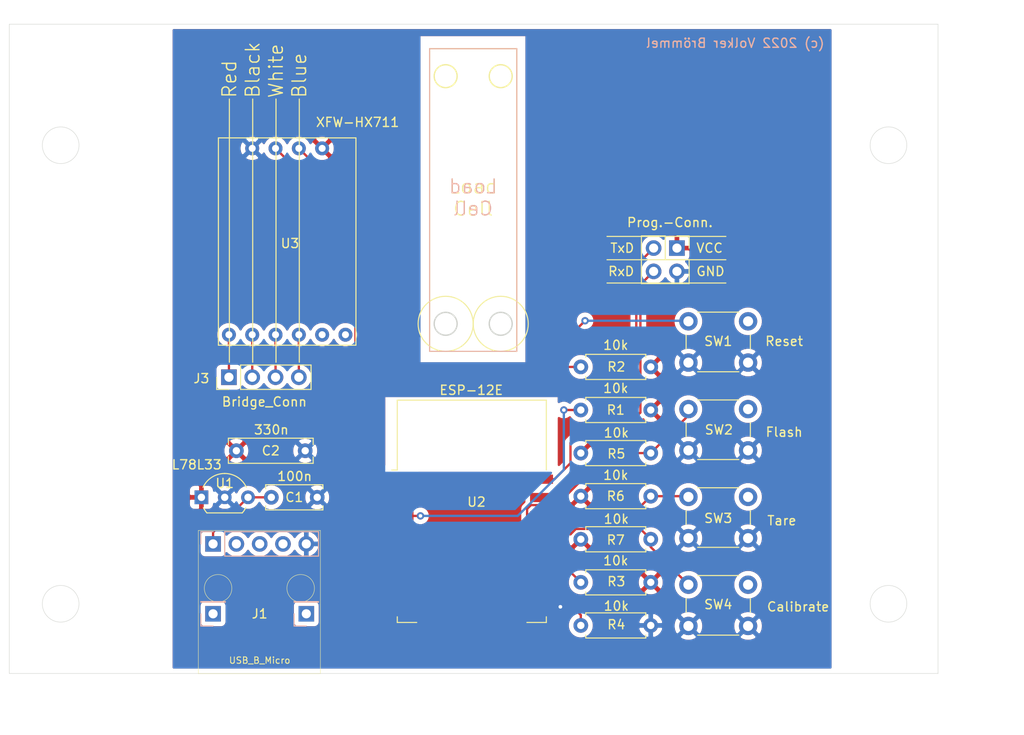
<source format=kicad_pcb>
(kicad_pcb (version 20241229) (generator "pcbnew") (generator_version "9.0")
  (title_block (date "2025-05-31"))
  (layers (0 "F.Cu" signal) (2 "B.Cu" signal) (13 "F.Paste" user) (15 "B.Paste" user) (5 "F.SilkS" user "F.Silkscreen") (7 "B.SilkS" user "B.Silkscreen") (1 "F.Mask" user) (3 "B.Mask" user) (25 "Edge.Cuts" user))
  (net 0 "")
  (net 1 "/5V_USB")
  (net 2 "GND")
  (net 3 "VCC")
  (net 4 "Net-(J1-Pad2)")
  (net 5 "Net-(J1-Pad3)")
  (net 6 "Net-(J1-Pad4)")
  (net 7 "Net-(J1-Pad6)")
  (net 8 "TxD")
  (net 9 "RxD")
  (net 10 "/Red")
  (net 11 "/Black")
  (net 12 "/White")
  (net 13 "/Blue")
  (net 14 "/EN")
  (net 15 "/RST")
  (net 16 "/GPIO2")
  (net 17 "/GPIO15")
  (net 18 "/GPIO0")
  (net 19 "/ADC")
  (net 20 "/GPIO16")
  (net 21 "GPIO14_SCK")
  (net 22 "GPIO12_DT")
  (net 23 "Net-(U2-Pad7)")
  (net 24 "/CS0")
  (net 25 "/MISO")
  (net 26 "/GPIO9")
  (net 27 "/GPIO1ß")
  (net 28 "/MOSI")
  (net 29 "/SCLK")
  (net 30 "Net-(U3-Pad5)")
  (net 31 "Net-(U3-Pad6)")
  (net 32 "GPIO5_Tare")
  (net 33 "GPIO4_Calibrate")
  (footprint "Connector_PinHeader_2.54mm:PinHeader_2x02_P2.54mm_Vertical" (layer "F.Cu") (at 165.354 80.772 -90)
    (property "Reference" "J2")
    (property "Value" "Prog.-Conn." (at -2.794 0.762 180) (layer "F.SilkS"))
    (fp_line (start -1.33 3.87) (end 3.87 3.87) (stroke (width 0.12)) (layer "F.SilkS"))
    (fp_line (start -1.33 1.27) (end -1.33 3.87) (stroke (width 0.12)) (layer "F.SilkS"))
    (fp_line (start -1.33 1.27) (end 1.27 1.27) (stroke (width 0.12)) (layer "F.SilkS"))
    (fp_line (start 1.27 1.27) (end 1.27 -1.33) (stroke (width 0.12)) (layer "F.SilkS"))
    (fp_line (start -1.33 0) (end -1.33 -1.33) (stroke (width 0.12)) (layer "F.SilkS"))
    (fp_line (start -1.33 -1.33) (end 0 -1.33) (stroke (width 0.12)) (layer "F.SilkS"))
    (fp_line (start 1.27 -1.33) (end 3.87 -1.33) (stroke (width 0.12)) (layer "F.SilkS"))
    (fp_line (start 3.87 -1.33) (end 3.87 3.87) (stroke (width 0.12)) (layer "F.SilkS"))
    (pad "1" thru_hole rect (at 0 0 270) (size 1.7 1.7) (drill 1) (layers "*.Cu" "*.Mask") (net 3 "VCC"))
    (pad "2" thru_hole oval (at 2.54 0 270) (size 1.7 1.7) (drill 1) (layers "*.Cu" "*.Mask") (net 2 "GND"))
    (pad "3" thru_hole oval (at 0 2.54 270) (size 1.7 1.7) (drill 1) (layers "*.Cu" "*.Mask") (net 8 "TxD"))
    (pad "4" thru_hole oval (at 2.54 2.54 270) (size 1.7 1.7) (drill 1) (layers "*.Cu" "*.Mask") (net 9 "RxD"))
  )
  (footprint "Connector_PinHeader_2.54mm:PinHeader_1x04_P2.54mm_Vertical" (layer "F.Cu") (at 116.536195 94.854345 90)
    (property "Reference" "J3" (at -0.141655 -2.998195 180) (layer "F.SilkS"))
    (property "Value" "Bridge_Conn" (at -2.681655 3.859805 180) (layer "F.SilkS"))
    (fp_line (start -1.33 -1.33) (end 0 -1.33) (stroke (width 0.12)) (layer "F.SilkS"))
    (fp_line (start -1.33 0) (end -1.33 -1.33) (stroke (width 0.12)) (layer "F.SilkS"))
    (fp_line (start 1.33 1.27) (end 1.33 8.95) (stroke (width 0.12)) (layer "F.SilkS"))
    (fp_line (start -1.33 1.27) (end 1.33 1.27) (stroke (width 0.12)) (layer "F.SilkS"))
    (fp_line (start -1.33 1.27) (end -1.33 8.95) (stroke (width 0.12)) (layer "F.SilkS"))
    (fp_line (start -1.33 8.95) (end 1.33 8.95) (stroke (width 0.12)) (layer "F.SilkS"))
    (pad "1" thru_hole rect (at 0 0 90) (size 1.7 1.7) (drill 1) (layers "*.Cu" "*.Mask") (net 10 "/Red"))
    (pad "2" thru_hole oval (at 0 2.54 90) (size 1.7 1.7) (drill 1) (layers "*.Cu" "*.Mask") (net 11 "/Black"))
    (pad "3" thru_hole oval (at 0 5.08 90) (size 1.7 1.7) (drill 1) (layers "*.Cu" "*.Mask") (net 12 "/White"))
    (pad "4" thru_hole oval (at 0 7.62 90) (size 1.7 1.7) (drill 1) (layers "*.Cu" "*.Mask") (net 13 "/Blue"))
  )
  (footprint "Resistor_THT:R_Axial_DIN0207_L6.3mm_D2.5mm_P7.62mm_Horizontal" (layer "F.Cu") (at 162.5 98.428333 180)
    (property "Reference" "R1" (at 3.81 0 0) (layer "F.SilkS"))
    (property "Value" "10k" (at 3.81 2.37 0) (layer "F.SilkS"))
    (fp_line (start 7.08 1.37) (end 7.08 1.04) (stroke (width 0.12)) (layer "F.SilkS"))
    (fp_line (start 7.08 -1.37) (end 7.08 -1.04) (stroke (width 0.12)) (layer "F.SilkS"))
    (fp_line (start 0.54 1.37) (end 7.08 1.37) (stroke (width 0.12)) (layer "F.SilkS"))
    (fp_line (start 0.54 1.04) (end 0.54 1.37) (stroke (width 0.12)) (layer "F.SilkS"))
    (fp_line (start 0.54 -1.04) (end 0.54 -1.37) (stroke (width 0.12)) (layer "F.SilkS"))
    (fp_line (start 0.54 -1.37) (end 7.08 -1.37) (stroke (width 0.12)) (layer "F.SilkS"))
    (pad "1" thru_hole circle (at 0 0 180) (size 1.6 1.6) (drill 0.8) (layers "*.Cu" "*.Mask") (net 3 "VCC"))
    (pad "2" thru_hole oval (at 7.62 0 180) (size 1.6 1.6) (drill 0.8) (layers "*.Cu" "*.Mask") (net 14 "/EN"))
  )
  (footprint "Resistor_THT:R_Axial_DIN0207_L6.3mm_D2.5mm_P7.62mm_Horizontal" (layer "F.Cu") (at 162.5 93.73 180)
    (property "Reference" "R2" (at 3.75 0.004 0) (layer "F.SilkS"))
    (property "Value" "10k" (at 3.81 2.37 0) (layer "F.SilkS"))
    (fp_line (start 7.08 1.37) (end 7.08 1.04) (stroke (width 0.12)) (layer "F.SilkS"))
    (fp_line (start 7.08 -1.37) (end 7.08 -1.04) (stroke (width 0.12)) (layer "F.SilkS"))
    (fp_line (start 0.54 1.37) (end 7.08 1.37) (stroke (width 0.12)) (layer "F.SilkS"))
    (fp_line (start 0.54 1.04) (end 0.54 1.37) (stroke (width 0.12)) (layer "F.SilkS"))
    (fp_line (start 0.54 -1.04) (end 0.54 -1.37) (stroke (width 0.12)) (layer "F.SilkS"))
    (fp_line (start 0.54 -1.37) (end 7.08 -1.37) (stroke (width 0.12)) (layer "F.SilkS"))
    (pad "1" thru_hole circle (at 0 0 180) (size 1.6 1.6) (drill 0.8) (layers "*.Cu" "*.Mask") (net 3 "VCC"))
    (pad "2" thru_hole oval (at 7.62 0 180) (size 1.6 1.6) (drill 0.8) (layers "*.Cu" "*.Mask") (net 15 "/RST"))
  )
  (footprint "Resistor_THT:R_Axial_DIN0207_L6.3mm_D2.5mm_P7.62mm_Horizontal" (layer "F.Cu") (at 162.5 117.221665 180)
    (property "Reference" "R3" (at 3.75 0.08533 0) (layer "F.SilkS"))
    (property "Value" "10k" (at 3.81 2.37 0) (layer "F.SilkS"))
    (fp_line (start 7.08 1.37) (end 7.08 1.04) (stroke (width 0.12)) (layer "F.SilkS"))
    (fp_line (start 7.08 -1.37) (end 7.08 -1.04) (stroke (width 0.12)) (layer "F.SilkS"))
    (fp_line (start 0.54 1.37) (end 7.08 1.37) (stroke (width 0.12)) (layer "F.SilkS"))
    (fp_line (start 0.54 1.04) (end 0.54 1.37) (stroke (width 0.12)) (layer "F.SilkS"))
    (fp_line (start 0.54 -1.04) (end 0.54 -1.37) (stroke (width 0.12)) (layer "F.SilkS"))
    (fp_line (start 0.54 -1.37) (end 7.08 -1.37) (stroke (width 0.12)) (layer "F.SilkS"))
    (pad "1" thru_hole circle (at 0 0 180) (size 1.6 1.6) (drill 0.8) (layers "*.Cu" "*.Mask") (net 3 "VCC"))
    (pad "2" thru_hole oval (at 7.62 0 180) (size 1.6 1.6) (drill 0.8) (layers "*.Cu" "*.Mask") (net 16 "/GPIO2"))
  )
  (footprint "Resistor_THT:R_Axial_DIN0207_L6.3mm_D2.5mm_P7.62mm_Horizontal" (layer "F.Cu") (at 154.88 121.92)
    (property "Reference" "R4" (at 3.87 -0.087332 0) (layer "F.SilkS"))
    (property "Value" "10k" (at 3.87 -2.119332 0) (layer "F.SilkS"))
    (fp_line (start 0.54 -1.37) (end 7.08 -1.37) (stroke (width 0.12)) (layer "F.SilkS"))
    (fp_line (start 0.54 -1.04) (end 0.54 -1.37) (stroke (width 0.12)) (layer "F.SilkS"))
    (fp_line (start 0.54 1.04) (end 0.54 1.37) (stroke (width 0.12)) (layer "F.SilkS"))
    (fp_line (start 0.54 1.37) (end 7.08 1.37) (stroke (width 0.12)) (layer "F.SilkS"))
    (fp_line (start 7.08 -1.37) (end 7.08 -1.04) (stroke (width 0.12)) (layer "F.SilkS"))
    (fp_line (start 7.08 1.37) (end 7.08 1.04) (stroke (width 0.12)) (layer "F.SilkS"))
    (pad "1" thru_hole circle (at 0 0) (size 1.6 1.6) (drill 0.8) (layers "*.Cu" "*.Mask") (net 17 "/GPIO15"))
    (pad "2" thru_hole oval (at 7.62 0) (size 1.6 1.6) (drill 0.8) (layers "*.Cu" "*.Mask") (net 2 "GND"))
  )
  (footprint "Resistor_THT:R_Axial_DIN0207_L6.3mm_D2.5mm_P7.62mm_Horizontal" (layer "F.Cu") (at 154.88 107.824999)
    (property "Reference" "R6" (at 3.81 -0.001998 0) (layer "F.SilkS"))
    (property "Value" "10k" (at 3.81 -2.287998 0) (layer "F.SilkS"))
    (fp_line (start 0.54 -1.37) (end 7.08 -1.37) (stroke (width 0.12)) (layer "F.SilkS"))
    (fp_line (start 0.54 -1.04) (end 0.54 -1.37) (stroke (width 0.12)) (layer "F.SilkS"))
    (fp_line (start 0.54 1.04) (end 0.54 1.37) (stroke (width 0.12)) (layer "F.SilkS"))
    (fp_line (start 0.54 1.37) (end 7.08 1.37) (stroke (width 0.12)) (layer "F.SilkS"))
    (fp_line (start 7.08 -1.37) (end 7.08 -1.04) (stroke (width 0.12)) (layer "F.SilkS"))
    (fp_line (start 7.08 1.37) (end 7.08 1.04) (stroke (width 0.12)) (layer "F.SilkS"))
    (pad "1" thru_hole circle (at 0 0) (size 1.6 1.6) (drill 0.8) (layers "*.Cu" "*.Mask") (net 3 "VCC"))
    (pad "2" thru_hole oval (at 7.62 0) (size 1.6 1.6) (drill 0.8) (layers "*.Cu" "*.Mask") (net 32 "GPIO5_Tare"))
  )
  (footprint "Resistor_THT:R_Axial_DIN0207_L6.3mm_D2.5mm_P7.62mm_Horizontal" (layer "F.Cu") (at 154.88 112.523332)
    (property "Reference" "R7" (at 3.81 0.083336 0) (layer "F.SilkS"))
    (property "Value" "10k" (at 3.87 -2.202664 0) (layer "F.SilkS"))
    (fp_line (start 0.54 -1.37) (end 7.08 -1.37) (stroke (width 0.12)) (layer "F.SilkS"))
    (fp_line (start 0.54 -1.04) (end 0.54 -1.37) (stroke (width 0.12)) (layer "F.SilkS"))
    (fp_line (start 0.54 1.04) (end 0.54 1.37) (stroke (width 0.12)) (layer "F.SilkS"))
    (fp_line (start 0.54 1.37) (end 7.08 1.37) (stroke (width 0.12)) (layer "F.SilkS"))
    (fp_line (start 7.08 -1.37) (end 7.08 -1.04) (stroke (width 0.12)) (layer "F.SilkS"))
    (fp_line (start 7.08 1.37) (end 7.08 1.04) (stroke (width 0.12)) (layer "F.SilkS"))
    (pad "1" thru_hole circle (at 0 0) (size 1.6 1.6) (drill 0.8) (layers "*.Cu" "*.Mask") (net 3 "VCC"))
    (pad "2" thru_hole oval (at 7.62 0) (size 1.6 1.6) (drill 0.8) (layers "*.Cu" "*.Mask") (net 33 "GPIO4_Calibrate"))
  )
  (footprint "Button_Switch_THT:SW_PUSH_6mm" (layer "F.Cu") (at 166.606 88.758)
    (property "Reference" "SW1" (at 3.25 2.174 0) (layer "F.SilkS"))
    (property "Value" "Reset" (at 10.432 2.174 0) (layer "F.SilkS"))
    (fp_line (start -0.25 1.5) (end -0.25 3) (stroke (width 0.12)) (layer "F.SilkS"))
    (fp_line (start 1 5.5) (end 5.5 5.5) (stroke (width 0.12)) (layer "F.SilkS"))
    (fp_line (start 5.5 -1) (end 1 -1) (stroke (width 0.12)) (layer "F.SilkS"))
    (fp_line (start 6.75 3) (end 6.75 1.5) (stroke (width 0.12)) (layer "F.SilkS"))
    (pad "1" thru_hole circle (at 0 0 90) (size 2 2) (drill 1.1) (layers "*.Cu" "*.Mask") (net 15 "/RST"))
    (pad "1" thru_hole circle (at 6.5 0 90) (size 2 2) (drill 1.1) (layers "*.Cu" "*.Mask") (net 15 "/RST"))
    (pad "2" thru_hole circle (at 0 4.5 90) (size 2 2) (drill 1.1) (layers "*.Cu" "*.Mask") (net 2 "GND"))
    (pad "2" thru_hole circle (at 6.5 4.5 90) (size 2 2) (drill 1.1) (layers "*.Cu" "*.Mask") (net 2 "GND"))
  )
  (footprint "Button_Switch_THT:SW_PUSH_6mm" (layer "F.Cu") (at 166.606 98.331333)
    (property "Reference" "SW2" (at 3.32 2.252667 0) (layer "F.SilkS"))
    (property "Value" "Flash" (at 10.432 2.506667 0) (layer "F.SilkS"))
    (fp_line (start -0.25 1.5) (end -0.25 3) (stroke (width 0.12)) (layer "F.SilkS"))
    (fp_line (start 1 5.5) (end 5.5 5.5) (stroke (width 0.12)) (layer "F.SilkS"))
    (fp_line (start 5.5 -1) (end 1 -1) (stroke (width 0.12)) (layer "F.SilkS"))
    (fp_line (start 6.75 3) (end 6.75 1.5) (stroke (width 0.12)) (layer "F.SilkS"))
    (pad "1" thru_hole circle (at 0 0 90) (size 2 2) (drill 1.1) (layers "*.Cu" "*.Mask") (net 18 "/GPIO0"))
    (pad "1" thru_hole circle (at 6.5 0 90) (size 2 2) (drill 1.1) (layers "*.Cu" "*.Mask") (net 18 "/GPIO0"))
    (pad "2" thru_hole circle (at 0 4.5 90) (size 2 2) (drill 1.1) (layers "*.Cu" "*.Mask") (net 2 "GND"))
    (pad "2" thru_hole circle (at 6.5 4.5 90) (size 2 2) (drill 1.1) (layers "*.Cu" "*.Mask") (net 2 "GND"))
  )
  (footprint "Button_Switch_THT:SW_PUSH_6mm" (layer "F.Cu") (at 166.606 107.904666)
    (property "Reference" "SW3" (at 3.25 2.331334 0) (layer "F.SilkS"))
    (property "Value" "Tare" (at 10.178 2.585334 0) (layer "F.SilkS"))
    (fp_line (start -0.25 1.5) (end -0.25 3) (stroke (width 0.12)) (layer "F.SilkS"))
    (fp_line (start 1 5.5) (end 5.5 5.5) (stroke (width 0.12)) (layer "F.SilkS"))
    (fp_line (start 5.5 -1) (end 1 -1) (stroke (width 0.12)) (layer "F.SilkS"))
    (fp_line (start 6.75 3) (end 6.75 1.5) (stroke (width 0.12)) (layer "F.SilkS"))
    (pad "1" thru_hole circle (at 0 0 90) (size 2 2) (drill 1.1) (layers "*.Cu" "*.Mask") (net 32 "GPIO5_Tare"))
    (pad "1" thru_hole circle (at 6.5 0 90) (size 2 2) (drill 1.1) (layers "*.Cu" "*.Mask") (net 32 "GPIO5_Tare"))
    (pad "2" thru_hole circle (at 0 4.5 90) (size 2 2) (drill 1.1) (layers "*.Cu" "*.Mask") (net 2 "GND"))
    (pad "2" thru_hole circle (at 6.5 4.5 90) (size 2 2) (drill 1.1) (layers "*.Cu" "*.Mask") (net 2 "GND"))
  )
  (footprint "Button_Switch_THT:SW_PUSH_6mm" (layer "F.Cu") (at 166.606 117.478)
    (property "Reference" "SW4" (at 3.25 2.156 0) (layer "F.SilkS"))
    (property "Value" "Calibrate" (at 11.956 2.41 0) (layer "F.SilkS"))
    (fp_line (start -0.25 1.5) (end -0.25 3) (stroke (width 0.12)) (layer "F.SilkS"))
    (fp_line (start 1 5.5) (end 5.5 5.5) (stroke (width 0.12)) (layer "F.SilkS"))
    (fp_line (start 5.5 -1) (end 1 -1) (stroke (width 0.12)) (layer "F.SilkS"))
    (fp_line (start 6.75 3) (end 6.75 1.5) (stroke (width 0.12)) (layer "F.SilkS"))
    (pad "1" thru_hole circle (at 0 0 90) (size 2 2) (drill 1.1) (layers "*.Cu" "*.Mask") (net 33 "GPIO4_Calibrate"))
    (pad "1" thru_hole circle (at 6.5 0 90) (size 2 2) (drill 1.1) (layers "*.Cu" "*.Mask") (net 33 "GPIO4_Calibrate"))
    (pad "2" thru_hole circle (at 0 4.5 90) (size 2 2) (drill 1.1) (layers "*.Cu" "*.Mask") (net 2 "GND"))
    (pad "2" thru_hole circle (at 6.5 4.5 90) (size 2 2) (drill 1.1) (layers "*.Cu" "*.Mask") (net 2 "GND"))
  )
  (footprint "RF_Module:ESP-12E" (layer "F.Cu") (at 143.002 109.474)
    (property "Reference" "U2" (at 0.508 -1.016 0) (layer "F.SilkS"))
    (property "Value" "ESP-12E" (at -0.06 -13.208 0) (layer "F.SilkS"))
    (fp_line (start -8.12 -12.12) (end 8.12 -12.12) (stroke (width 0.12)) (layer "F.SilkS"))
    (fp_line (start -8.12 -4.5) (end -8.73 -4.5) (stroke (width 0.12)) (layer "F.SilkS"))
    (fp_line (start -8.12 -4.5) (end -8.12 -12.12) (stroke (width 0.12)) (layer "F.SilkS"))
    (fp_line (start -8.12 12.12) (end -8.12 11.5) (stroke (width 0.12)) (layer "F.SilkS"))
    (fp_line (start -6 12.12) (end -8.12 12.12) (stroke (width 0.12)) (layer "F.SilkS"))
    (fp_line (start 8.12 -12.12) (end 8.12 -4.5) (stroke (width 0.12)) (layer "F.SilkS"))
    (fp_line (start 8.12 11.5) (end 8.12 12.12) (stroke (width 0.12)) (layer "F.SilkS"))
    (fp_line (start 8.12 12.12) (end 6 12.12) (stroke (width 0.12)) (layer "F.SilkS"))
    (pad "1" smd rect (at -7.6 -3.5) (size 2.5 1) (layers "F.Cu" "F.Mask" "F.Paste") (net 15 "/RST"))
    (pad "2" smd rect (at -7.6 -1.5) (size 2.5 1) (layers "F.Cu" "F.Mask" "F.Paste") (net 19 "/ADC"))
    (pad "3" smd rect (at -7.6 0.5) (size 2.5 1) (layers "F.Cu" "F.Mask" "F.Paste") (net 14 "/EN"))
    (pad "4" smd rect (at -7.6 2.5) (size 2.5 1) (layers "F.Cu" "F.Mask" "F.Paste") (net 20 "/GPIO16"))
    (pad "5" smd rect (at -7.6 4.5) (size 2.5 1) (layers "F.Cu" "F.Mask" "F.Paste") (net 21 "GPIO14_SCK"))
    (pad "6" smd rect (at -7.6 6.5) (size 2.5 1) (layers "F.Cu" "F.Mask" "F.Paste") (net 22 "GPIO12_DT"))
    (pad "7" smd rect (at -7.6 8.5) (size 2.5 1) (layers "F.Cu" "F.Mask" "F.Paste") (net 23 "Net-(U2-Pad7)"))
    (pad "8" smd rect (at -7.6 10.5) (size 2.5 1) (layers "F.Cu" "F.Mask" "F.Paste") (net 3 "VCC"))
    (pad "9" smd rect (at -5 12) (size 1 1.8) (layers "F.Cu" "F.Mask" "F.Paste") (net 24 "/CS0"))
    (pad "10" smd rect (at -3 12) (size 1 1.8) (layers "F.Cu" "F.Mask" "F.Paste") (net 25 "/MISO"))
    (pad "11" smd rect (at -1 12) (size 1 1.8) (layers "F.Cu" "F.Mask" "F.Paste") (net 26 "/GPIO9"))
    (pad "12" smd rect (at 1 12) (size 1 1.8) (layers "F.Cu" "F.Mask" "F.Paste") (net 27 "/GPIO1ß"))
    (pad "13" smd rect (at 3 12) (size 1 1.8) (layers "F.Cu" "F.Mask" "F.Paste") (net 28 "/MOSI"))
    (pad "14" smd rect (at 5 12) (size 1 1.8) (layers "F.Cu" "F.Mask" "F.Paste") (net 29 "/SCLK"))
    (pad "15" smd rect (at 7.6 10.5) (size 2.5 1) (layers "F.Cu" "F.Mask" "F.Paste") (net 2 "GND"))
    (pad "16" smd rect (at 7.6 8.5) (size 2.5 1) (layers "F.Cu" "F.Mask" "F.Paste") (net 17 "/GPIO15"))
    (pad "17" smd rect (at 7.6 6.5) (size 2.5 1) (layers "F.Cu" "F.Mask" "F.Paste") (net 16 "/GPIO2"))
    (pad "18" smd rect (at 7.6 4.5) (size 2.5 1) (layers "F.Cu" "F.Mask" "F.Paste") (net 18 "/GPIO0"))
    (pad "19" smd rect (at 7.6 2.5) (size 2.5 1) (layers "F.Cu" "F.Mask" "F.Paste") (net 33 "GPIO4_Calibrate"))
    (pad "20" smd rect (at 7.6 0.5) (size 2.5 1) (layers "F.Cu" "F.Mask" "F.Paste") (net 32 "GPIO5_Tare"))
    (pad "21" smd rect (at 7.6 -1.5) (size 2.5 1) (layers "F.Cu" "F.Mask" "F.Paste") (net 9 "RxD"))
    (pad "22" smd rect (at 7.6 -3.5) (size 2.5 1) (layers "F.Cu" "F.Mask" "F.Paste") (net 8 "TxD"))
  )
  (footprint "VolkersFootprints:XFW-HX711" (layer "F.Cu") (at 124.154 80.058 90)
    (property "Reference" "U3" (at -0.206 -0.964 180) (layer "F.SilkS"))
    (property "Value" "XFW-HX711" (at 13.002 6.402 180) (layer "F.SilkS"))
    (fp_line (start 11.303 -8.763) (end 11.303 6.223) (stroke (width 0.12)) (layer "F.SilkS"))
    (fp_line (start -11.303 -8.763) (end 11.303 -8.763) (stroke (width 0.12)) (layer "F.SilkS"))
    (fp_line (start 11.303 6.223) (end -11.303 6.223) (stroke (width 0.12)) (layer "F.SilkS"))
    (fp_line (start -11.303 6.223) (end -11.303 -8.763) (stroke (width 0.12)) (layer "F.SilkS"))
    (pad "1" thru_hole circle (at -10.16 -7.62 90) (size 1.524 1.524) (drill 0.762) (layers "*.Cu" "*.Mask") (net 10 "/Red"))
    (pad "2" thru_hole circle (at -10.16 -5.08 90) (size 1.524 1.524) (drill 0.762) (layers "*.Cu" "*.Mask") (net 11 "/Black"))
    (pad "3" thru_hole circle (at -10.16 -2.54 90) (size 1.524 1.524) (drill 0.762) (layers "*.Cu" "*.Mask") (net 12 "/White"))
    (pad "4" thru_hole circle (at -10.16 0 90) (size 1.524 1.524) (drill 0.762) (layers "*.Cu" "*.Mask") (net 13 "/Blue"))
    (pad "5" thru_hole circle (at -10.16 2.54 90) (size 1.524 1.524) (drill 0.762) (layers "*.Cu" "*.Mask") (net 30 "Net-(U3-Pad5)"))
    (pad "6" thru_hole circle (at -10.16 5.08 90) (size 1.524 1.524) (drill 0.762) (layers "*.Cu" "*.Mask") (net 31 "Net-(U3-Pad6)"))
    (pad "7" thru_hole circle (at 10.16 -5.08 90) (size 1.524 1.524) (drill 0.762) (layers "*.Cu" "*.Mask") (net 2 "GND"))
    (pad "8" thru_hole circle (at 10.16 -2.54 90) (size 1.524 1.524) (drill 0.762) (layers "*.Cu" "*.Mask") (net 22 "GPIO12_DT"))
    (pad "9" thru_hole circle (at 10.16 0 90) (size 1.524 1.524) (drill 0.762) (layers "*.Cu" "*.Mask") (net 21 "GPIO14_SCK"))
    (pad "10" thru_hole circle (at 10.16 2.54 90) (size 1.524 1.524) (drill 0.762) (layers "*.Cu" "*.Mask") (net 3 "VCC"))
  )
  (footprint "Resistor_THT:R_Axial_DIN0207_L6.3mm_D2.5mm_P7.62mm_Horizontal" (layer "F.Cu") (at 154.88 103.126666)
    (property "Reference" "R5" (at 3.87 0.081334 0) (layer "F.SilkS"))
    (property "Value" "10k" (at 3.87 -2.204666 0) (layer "F.SilkS"))
    (fp_line (start 0.54 -1.37) (end 7.08 -1.37) (stroke (width 0.12)) (layer "F.SilkS"))
    (fp_line (start 0.54 -1.04) (end 0.54 -1.37) (stroke (width 0.12)) (layer "F.SilkS"))
    (fp_line (start 0.54 1.04) (end 0.54 1.37) (stroke (width 0.12)) (layer "F.SilkS"))
    (fp_line (start 0.54 1.37) (end 7.08 1.37) (stroke (width 0.12)) (layer "F.SilkS"))
    (fp_line (start 7.08 -1.37) (end 7.08 -1.04) (stroke (width 0.12)) (layer "F.SilkS"))
    (fp_line (start 7.08 1.37) (end 7.08 1.04) (stroke (width 0.12)) (layer "F.SilkS"))
    (pad "1" thru_hole circle (at 0 0) (size 1.6 1.6) (drill 0.8) (layers "*.Cu" "*.Mask") (net 3 "VCC"))
    (pad "2" thru_hole oval (at 7.62 0) (size 1.6 1.6) (drill 0.8) (layers "*.Cu" "*.Mask") (net 18 "/GPIO0"))
  )
  (footprint "Package_TO_SOT_THT:TO-92L_Inline_Wide" (layer "F.Cu") (at 113.538 107.95)
    (property "Reference" "U1" (at 2.54 -1.524 0) (layer "F.SilkS"))
    (property "Value" "L78L33" (at -0.508 -3.556 0) (layer "F.SilkS"))
    (fp_line (start 0.6 1.7) (end 4.45 1.7) (stroke (width 0.12)) (layer "F.SilkS"))
    (fp_arc (start 0.1836 -1.098807) (mid 1.143021 -2.192817) (end 2.54 -2.6) (stroke (width 0.12)) (layer "F.SilkS"))
    (fp_arc (start 0.6 1.7) (mid 0.389183 1.423933) (end 0.217369 1.122045) (stroke (width 0.12)) (layer "F.SilkS"))
    (fp_arc (start 2.54 -2.6) (mid 3.936979 -2.192818) (end 4.8964 -1.098807) (stroke (width 0.12)) (layer "F.SilkS"))
    (fp_arc (start 4.842383 1.112264) (mid 4.666594 1.419753) (end 4.45 1.7) (stroke (width 0.12)) (layer "F.SilkS"))
    (pad "1" thru_hole rect (at 0 0) (size 1.5 1.5) (drill 0.8) (layers "*.Cu" "*.Mask") (net 3 "VCC"))
    (pad "2" thru_hole circle (at 2.54 0) (size 1.5 1.5) (drill 0.8) (layers "*.Cu" "*.Mask") (net 2 "GND"))
    (pad "3" thru_hole circle (at 5.08 0) (size 1.5 1.5) (drill 0.8) (layers "*.Cu" "*.Mask") (net 1 "/5V_USB"))
  )
  (footprint "VolkersFootprints:USB_B_Micro_Breakout" (layer "F.Cu") (at 119.888 120.65)
    (property "Reference" "J1" (at 0 0 0) (layer "F.SilkS"))
    (property "Value" "USB_B_Micro" (at 0 5.08 0) (layer "F.SilkS") (effects (font (size 0.7 0.7) (thickness 0.1))))
    (fp_line (start -6.682027 -9.082094) (end 6.617973 -9.082094) (stroke (width 0.05)) (layer "F.SilkS"))
    (fp_line (start -6.682027 6.517906) (end -6.682027 -9.082094) (stroke (width 0.05)) (layer "F.SilkS"))
    (fp_line (start 6.617973 -9.082094) (end 6.617973 6.517906) (stroke (width 0.05)) (layer "F.SilkS"))
    (fp_line (start 6.617973 6.517906) (end -6.682027 6.517906) (stroke (width 0.05)) (layer "F.SilkS"))
    (fp_circle (center -4.532027 -2.782094) (end -4.532027 -1.282094) (stroke (width 0.05)) (fill no) (layer "F.SilkS"))
    (fp_circle (center 4.467973 -2.782094) (end 4.467973 -1.282094) (stroke (width 0.05)) (fill no) (layer "F.SilkS"))
    (fp_line (start -6.41 -8.95) (end -6.41 -7.62) (stroke (width 0.12)) (layer "B.SilkS"))
    (fp_line (start -6.41 -1.33) (end -3.75 -1.33) (stroke (width 0.12)) (layer "B.SilkS"))
    (fp_line (start -6.41 -1.27) (end -6.41 -1.33) (stroke (width 0.12)) (layer "B.SilkS"))
    (fp_line (start -6.41 -1.27) (end -3.75 -1.27) (stroke (width 0.12)) (layer "B.SilkS"))
    (fp_line (start -6.41 0) (end -6.41 1.33) (stroke (width 0.12)) (layer "B.SilkS"))
    (fp_line (start -6.41 1.33) (end -5.08 1.33) (stroke (width 0.12)) (layer "B.SilkS"))
    (fp_line (start -5.08 -8.95) (end -6.41 -8.95) (stroke (width 0.12)) (layer "B.SilkS"))
    (fp_line (start -3.81 -8.95) (end -3.81 -6.29) (stroke (width 0.12)) (layer "B.SilkS"))
    (fp_line (start -3.81 -8.95) (end 6.41 -8.95) (stroke (width 0.12)) (layer "B.SilkS"))
    (fp_line (start -3.81 -6.29) (end 6.41 -6.29) (stroke (width 0.12)) (layer "B.SilkS"))
    (fp_line (start -3.75 -1.27) (end -3.75 -1.33) (stroke (width 0.12)) (layer "B.SilkS"))
    (fp_line (start 3.75 -1.33) (end 6.41 -1.33) (stroke (width 0.12)) (layer "B.SilkS"))
    (fp_line (start 3.75 -1.27) (end 3.75 -1.33) (stroke (width 0.12)) (layer "B.SilkS"))
    (fp_line (start 3.75 -1.27) (end 6.41 -1.27) (stroke (width 0.12)) (layer "B.SilkS"))
    (fp_line (start 3.75 0) (end 3.75 1.33) (stroke (width 0.12)) (layer "B.SilkS"))
    (fp_line (start 3.75 1.33) (end 5.08 1.33) (stroke (width 0.12)) (layer "B.SilkS"))
    (fp_line (start 6.41 -8.95) (end 6.41 -6.29) (stroke (width 0.12)) (layer "B.SilkS"))
    (fp_line (start 6.41 -1.27) (end 6.41 -1.33) (stroke (width 0.12)) (layer "B.SilkS"))
    (pad "1" thru_hole rect (at -5.08 -7.62 180) (size 1.7 1.7) (drill 1) (layers "*.Cu" "*.Mask") (net 1 "/5V_USB"))
    (pad "2" thru_hole oval (at -2.54 -7.62 180) (size 1.7 1.7) (drill 1) (layers "*.Cu" "*.Mask") (net 4 "Net-(J1-Pad2)"))
    (pad "3" thru_hole oval (at 0 -7.62 180) (size 1.7 1.7) (drill 1) (layers "*.Cu" "*.Mask") (net 5 "Net-(J1-Pad3)"))
    (pad "4" thru_hole oval (at 2.54 -7.62 180) (size 1.7 1.7) (drill 1) (layers "*.Cu" "*.Mask") (net 6 "Net-(J1-Pad4)"))
    (pad "5" thru_hole oval (at 5.08 -7.62 180) (size 1.7 1.7) (drill 1) (layers "*.Cu" "*.Mask") (net 2 "GND"))
    (pad "6" thru_hole rect (at -5.08 0) (size 1.7 1.7) (drill 1) (layers "*.Cu" "*.Mask") (net 7 "Net-(J1-Pad6)"))
    (pad "7" thru_hole rect (at 5.08 0) (size 1.7 1.7) (drill 1) (layers "*.Cu" "*.Mask"))
  )
  (footprint "Capacitor_THT:C_Rect_L9.0mm_W2.5mm_P7.50mm_MKT" (layer "F.Cu") (at 117.348 102.87)
    (property "Reference" "C2" (at 3.75 0 0) (layer "F.SilkS"))
    (property "Value" "330n" (at 3.81 -2.286 0) (layer "F.SilkS"))
    (fp_line (start -0.87 -1.37) (end -0.87 -0.665) (stroke (width 0.12)) (layer "F.SilkS"))
    (fp_line (start -0.87 -1.37) (end 8.37 -1.37) (stroke (width 0.12)) (layer "F.SilkS"))
    (fp_line (start -0.87 0.665) (end -0.87 1.37) (stroke (width 0.12)) (layer "F.SilkS"))
    (fp_line (start -0.87 1.37) (end 8.37 1.37) (stroke (width 0.12)) (layer "F.SilkS"))
    (fp_line (start 8.37 -1.37) (end 8.37 -0.665) (stroke (width 0.12)) (layer "F.SilkS"))
    (fp_line (start 8.37 0.665) (end 8.37 1.37) (stroke (width 0.12)) (layer "F.SilkS"))
    (pad "1" thru_hole circle (at 0 0) (size 1.6 1.6) (drill 0.8) (layers "*.Cu" "*.Mask") (net 3 "VCC"))
    (pad "2" thru_hole circle (at 7.5 0) (size 1.6 1.6) (drill 0.8) (layers "*.Cu" "*.Mask") (net 2 "GND"))
  )
  (footprint "Capacitor_THT:C_Disc_D6.0mm_W2.5mm_P5.00mm" (layer "F.Cu") (at 121.158 107.95)
    (property "Reference" "C1" (at 2.5 0 0) (layer "F.SilkS"))
    (property "Value" "100n" (at 2.54 -2.286 0) (layer "F.SilkS"))
    (fp_line (start -0.62 -1.37) (end -0.62 -0.925) (stroke (width 0.12)) (layer "F.SilkS"))
    (fp_line (start -0.62 -1.37) (end 5.62 -1.37) (stroke (width 0.12)) (layer "F.SilkS"))
    (fp_line (start -0.62 0.925) (end -0.62 1.37) (stroke (width 0.12)) (layer "F.SilkS"))
    (fp_line (start -0.62 1.37) (end 5.62 1.37) (stroke (width 0.12)) (layer "F.SilkS"))
    (fp_line (start 5.62 -1.37) (end 5.62 -0.925) (stroke (width 0.12)) (layer "F.SilkS"))
    (fp_line (start 5.62 0.925) (end 5.62 1.37) (stroke (width 0.12)) (layer "F.SilkS"))
    (pad "1" thru_hole circle (at 0 0) (size 1.6 1.6) (drill 0.8) (layers "*.Cu" "*.Mask") (net 1 "/5V_USB"))
    (pad "2" thru_hole circle (at 5 0) (size 1.6 1.6) (drill 0.8) (layers "*.Cu" "*.Mask") (net 2 "GND"))
  )
  (gr_circle (center 146.15292 89.02752) (end 143.15292 89.02752) (stroke (width 0.12)) (fill no) (layer "F.SilkS"))
  (gr_line (start 138.40292 59.02752) (end 147.90292 59.02752) (stroke (width 0.12)) (layer "F.SilkS"))
  (gr_circle (center 146.15292 62.02752) (end 147.40292 62.02752) (stroke (width 0.15)) (fill no) (layer "F.SilkS"))
  (gr_circle (center 140.15292 62.02752) (end 141.40292 62.02752) (stroke (width 0.15)) (fill no) (layer "F.SilkS"))
  (gr_line (start 124.206 64.516) (end 124.206 93.218) (stroke (width 0.12)) (layer "F.SilkS"))
  (gr_line (start 170.688 84.582) (end 157.734 84.582) (stroke (width 0.12)) (layer "F.SilkS"))
  (gr_line (start 119.126 64.516) (end 119.126 93.218) (stroke (width 0.12)) (layer "F.SilkS"))
  (gr_line (start 116.586 64.516) (end 116.586 93.218) (stroke (width 0.12)) (layer "F.SilkS"))
  (gr_line (start 157.734 79.502) (end 170.688 79.502) (stroke (width 0.12)) (layer "F.SilkS"))
  (gr_circle (center 140.15292 89.02752) (end 143.15292 89.02752) (stroke (width 0.12)) (fill no) (layer "F.SilkS"))
  (gr_line (start 157.734 82.042) (end 170.688 82.042) (stroke (width 0.12)) (layer "F.SilkS"))
  (gr_line (start 121.666 64.516) (end 121.666 93.218) (stroke (width 0.12)) (layer "F.SilkS"))
  (gr_line (start 138.40292 92.02752) (end 147.90292 92.02752) (stroke (width 0.12)) (layer "F.SilkS"))
  (gr_line (start 138.40292 92.02752) (end 138.40292 59.02752) (stroke (width 0.12)) (layer "F.SilkS"))
  (gr_line (start 147.90292 92.02752) (end 147.90292 59.02752) (stroke (width 0.12)) (layer "F.SilkS"))
  (gr_line (start 147.904 92.028) (end 147.904 59.028) (stroke (width 0.12)) (layer "B.SilkS"))
  (gr_line (start 138.404 59.028) (end 138.404 92.028) (stroke (width 0.12)) (layer "B.SilkS"))
  (gr_line (start 147.904 59.028) (end 138.404 59.028) (stroke (width 0.12)) (layer "B.SilkS"))
  (gr_line (start 138.404 92.028) (end 147.904 92.028) (stroke (width 0.12)) (layer "B.SilkS"))
  (gr_circle (center 146.15292 89.02752) (end 147.40292 89.02752) (stroke (width 0.15)) (fill no) (layer "Edge.Cuts"))
  (gr_line (start 92.604 127.158) (end 92.604 56.358) (stroke (width 0.05)) (layer "Edge.Cuts"))
  (gr_line (start 92.604 56.358) (end 193.804 56.358) (stroke (width 0.05)) (layer "Edge.Cuts"))
  (gr_line (start 193.804 56.358) (end 193.804 127.158) (stroke (width 0.05)) (layer "Edge.Cuts"))
  (gr_circle (center 98.204 119.558) (end 98.204 117.558) (stroke (width 0.05)) (fill no) (layer "Edge.Cuts"))
  (gr_circle (center 188.404 119.558) (end 190.404 119.558) (stroke (width 0.05)) (fill no) (layer "Edge.Cuts"))
  (gr_circle (center 140.15292 89.02752) (end 141.40292 89.02752) (stroke (width 0.15)) (fill no) (layer "Edge.Cuts"))
  (gr_circle (center 98.204 69.558) (end 98.204 67.558) (stroke (width 0.05)) (fill no) (layer "Edge.Cuts"))
  (gr_line (start 193.804 127.158) (end 92.604 127.158) (stroke (width 0.05)) (layer "Edge.Cuts"))
  (gr_circle (center 188.404 69.558) (end 188.404 67.558) (stroke (width 0.05)) (fill no) (layer "Edge.Cuts"))
  (gr_text "White" (at 121.666 64.516 90) (layer "F.SilkS") (effects (font (size 1.5 1.5)) (justify left)))
  (gr_text "Blue" (at 124.206 64.516 90) (layer "F.SilkS") (effects (font (size 1.5 1.5)) (justify left)))
  (gr_text "Red" (at 116.586 64.516 90) (layer "F.SilkS") (effects (font (size 1.5 1.5)) (justify left)))
  (gr_text "Black" (at 119.126 64.516 90) (layer "F.SilkS") (effects (font (size 1.5 1.5)) (justify left)))
  (gr_text "TxD" (at 160.782 80.772 0) (layer "F.SilkS") (effects (font (size 1 1)) (justify right)))
  (gr_text "RxD" (at 160.782 83.312 0) (layer "F.SilkS") (effects (font (size 1 1)) (justify right)))
  (gr_text "Load\nCell" (at 143.15292 75.27752 0) (layer "F.SilkS") (effects (font (size 1.5 1.5))))
  (gr_text "VCC" (at 167.386 80.772 0) (layer "F.SilkS") (effects (font (size 1 1)) (justify left)))
  (gr_text "GND" (at 167.386 83.312 0) (layer "F.SilkS") (effects (font (size 1 1)) (justify left)))
  (gr_text "Load\nCell" (at 143.144 75.258 0) (layer "B.SilkS") (effects (font (size 1.5 1.5)) (justify mirror)))
  (gr_text "(c) 2022 Volker Brömmel" (at 171.704 58.42 0) (layer "B.SilkS") (effects (font (size 1 1)) (justify mirror)))
  (segment (start 114.808 113.03) (end 114.808 111.76) (width 0.25) (layer "F.Cu") (net 1))
  (segment (start 114.808 111.76) (end 118.618 107.95) (width 0.25) (layer "F.Cu") (net 1))
  (segment (start 118.618 107.95) (end 121.158 107.95) (width 0.25) (layer "F.Cu") (net 1))
  (segment (start 152.568 119.974) (end 152.654 119.888) (width 0.25) (layer "F.Cu") (net 2))
  (segment (start 150.602 119.974) (end 152.568 119.974) (width 0.25) (layer "F.Cu") (net 2))
  (via (at 152.654 119.888) (size 0.8) (drill 0.4) (layers "F.Cu" "B.Cu") (net 2))
  (segment (start 160.924989 82.661011) (end 160.924989 98.514601) (width 0.25) (layer "F.Cu") (net 8))
  (segment (start 162.814 80.772) (end 160.924989 82.661011) (width 0.25) (layer "F.Cu") (net 8))
  (segment (start 152.00696 105.974) (end 150.602 105.974) (width 0.25) (layer "F.Cu") (net 8))
  (segment (start 154.432 101.346) (end 153.754999 102.023001) (width 0.25) (layer "F.Cu") (net 8))
  (segment (start 160.924989 98.514601) (end 158.09359 101.346) (width 0.25) (layer "F.Cu") (net 8))
  (segment (start 153.754999 104.225961) (end 152.00696 105.974) (width 0.25) (layer "F.Cu") (net 8))
  (segment (start 153.754999 102.023001) (end 153.754999 104.225961) (width 0.25) (layer "F.Cu") (net 8))
  (segment (start 158.09359 101.346) (end 154.432 101.346) (width 0.25) (layer "F.Cu") (net 8))
  (segment (start 152.102 107.974) (end 161.374999 98.701001) (width 0.25) (layer "F.Cu") (net 9))
  (segment (start 150.602 107.974) (end 152.102 107.974) (width 0.25) (layer "F.Cu") (net 9))
  (segment (start 161.374999 84.751001) (end 162.814 83.312) (width 0.25) (layer "F.Cu") (net 9))
  (segment (start 161.374999 98.701001) (end 161.374999 84.751001) (width 0.25) (layer "F.Cu") (net 9))
  (segment (start 116.536195 90.220195) (end 116.534 90.218) (width 0.25) (layer "F.Cu") (net 10))
  (segment (start 116.536195 94.854345) (end 116.536195 90.220195) (width 0.25) (layer "F.Cu") (net 10))
  (segment (start 119.076195 90.220195) (end 119.074 90.218) (width 0.25) (layer "F.Cu") (net 11))
  (segment (start 119.076195 94.854345) (end 119.076195 90.220195) (width 0.25) (layer "F.Cu") (net 11))
  (segment (start 121.616195 94.854345) (end 121.616195 90.220195) (width 0.25) (layer "F.Cu") (net 12))
  (segment (start 121.616195 90.220195) (end 121.614 90.218) (width 0.25) (layer "F.Cu") (net 12))
  (segment (start 124.156195 90.220195) (end 124.154 90.218) (width 0.25) (layer "F.Cu") (net 13))
  (segment (start 124.156195 94.854345) (end 124.156195 90.220195) (width 0.25) (layer "F.Cu") (net 13))
  (segment (start 135.402 109.974) (end 137.406 109.974) (width 0.25) (layer "F.Cu") (net 14))
  (segment (start 154.88 98.428333) (end 153.031667 98.428333) (width 0.25) (layer "F.Cu") (net 14))
  (via (at 153.031667 98.428333) (size 0.8) (drill 0.4) (layers "F.Cu" "B.Cu") (net 14))
  (via (at 137.406 109.974) (size 0.8) (drill 0.4) (layers "F.Cu" "B.Cu") (net 14))
  (segment (start 137.406 109.974) (end 148.00696 109.974) (width 0.25) (layer "B.Cu") (net 14))
  (segment (start 153.031667 104.949293) (end 153.031667 98.428333) (width 0.25) (layer "B.Cu") (net 14))
  (segment (start 148.00696 109.974) (end 153.031667 104.949293) (width 0.25) (layer "B.Cu") (net 14))
  (segment (start 155.342 88.696) (end 150.213 93.825) (width 0.25) (layer "F.Cu") (net 15))
  (segment (start 155.388 88.65) (end 155.342 88.696) (width 0.25) (layer "F.Cu") (net 15))
  (segment (start 154.88 93.73) (end 150.308 93.73) (width 0.25) (layer "F.Cu") (net 15))
  (segment (start 149.55 94.488) (end 133.35 94.488) (width 0.25) (layer "F.Cu") (net 15))
  (segment (start 133.35 94.488) (end 132.588 95.25) (width 0.25) (layer "F.Cu") (net 15))
  (segment (start 132.588 95.25) (end 132.588 104.634312) (width 0.25) (layer "F.Cu") (net 15))
  (segment (start 150.308 93.73) (end 150.213 93.825) (width 0.25) (layer "F.Cu") (net 15))
  (segment (start 133.927688 105.974) (end 135.402 105.974) (width 0.25) (layer "F.Cu") (net 15))
  (segment (start 150.213 93.825) (end 149.55 94.488) (width 0.25) (layer "F.Cu") (net 15))
  (segment (start 132.588 104.634312) (end 133.927688 105.974) (width 0.25) (layer "F.Cu") (net 15))
  (via (at 155.342 88.696) (size 0.8) (drill 0.4) (layers "F.Cu" "B.Cu") (net 15))
  (segment (start 166.544 88.696) (end 166.606 88.758) (width 0.25) (layer "B.Cu") (net 15))
  (segment (start 155.342 88.696) (end 166.544 88.696) (width 0.25) (layer "B.Cu") (net 15))
  (segment (start 154.88 117.221665) (end 153.632335 115.974) (width 0.25) (layer "F.Cu") (net 16))
  (segment (start 153.632335 115.974) (end 150.602 115.974) (width 0.25) (layer "F.Cu") (net 16))
  (segment (start 154.88 120.78863) (end 152.06537 117.974) (width 0.25) (layer "F.Cu") (net 17))
  (segment (start 154.88 121.92) (end 154.88 120.78863) (width 0.25) (layer "F.Cu") (net 17))
  (segment (start 152.06537 117.974) (end 150.602 117.974) (width 0.25) (layer "F.Cu") (net 17))
  (segment (start 166.606 99.020666) (end 166.606 98.331333) (width 0.25) (layer "F.Cu") (net 18))
  (segment (start 149.102 113.974) (end 149.026999 113.898999) (width 0.25) (layer "F.Cu") (net 18))
  (segment (start 149.026999 113.898999) (end 149.026999 109.213999) (width 0.25) (layer "F.Cu") (net 18))
  (segment (start 149.441997 108.799001) (end 152.240996 108.799001) (width 0.25) (layer "F.Cu") (net 18))
  (segment (start 150.602 113.974) (end 149.102 113.974) (width 0.25) (layer "F.Cu") (net 18))
  (segment (start 162.5 103.126666) (end 166.606 99.020666) (width 0.25) (layer "F.Cu") (net 18))
  (segment (start 152.240996 108.799001) (end 157.913331 103.126666) (width 0.25) (layer "F.Cu") (net 18))
  (segment (start 157.913331 103.126666) (end 162.5 103.126666) (width 0.25) (layer "F.Cu") (net 18))
  (segment (start 149.026999 109.213999) (end 149.441997 108.799001) (width 0.25) (layer "F.Cu") (net 18))
  (segment (start 133.902 113.974) (end 130.771011 110.843011) (width 0.25) (layer "F.Cu") (net 21))
  (segment (start 130.771011 110.843011) (end 130.771011 76.515011) (width 0.25) (layer "F.Cu") (net 21))
  (segment (start 130.771011 76.515011) (end 124.154 69.898) (width 0.25) (layer "F.Cu") (net 21))
  (segment (start 135.402 113.974) (end 133.902 113.974) (width 0.25) (layer "F.Cu") (net 21))
  (segment (start 121.614 69.898) (end 130.321001 78.605001) (width 0.25) (layer "F.Cu") (net 22))
  (segment (start 130.321001 112.393001) (end 133.902 115.974) (width 0.25) (layer "F.Cu") (net 22))
  (segment (start 133.902 115.974) (end 135.402 115.974) (width 0.25) (layer "F.Cu") (net 22))
  (segment (start 130.321001 78.605001) (end 130.321001 112.393001) (width 0.25) (layer "F.Cu") (net 22))
  (segment (start 150.602 109.974) (end 160.350999 109.974) (width 0.25) (layer "F.Cu") (net 32))
  (segment (start 166.526333 107.824999) (end 166.606 107.904666) (width 0.25) (layer "F.Cu") (net 32))
  (segment (start 160.350999 109.974) (end 162.5 107.824999) (width 0.25) (layer "F.Cu") (net 32))
  (segment (start 162.5 107.824999) (end 166.526333 107.824999) (width 0.25) (layer "F.Cu") (net 32))
  (segment (start 166.606 117.478) (end 162.5 113.372) (width 0.25) (layer "F.Cu") (net 33))
  (segment (start 153.76433 111.974) (end 154.339999 111.398331) (width 0.25) (layer "F.Cu") (net 33))
  (segment (start 154.339999 111.398331) (end 161.374999 111.398331) (width 0.25) (layer "F.Cu") (net 33))
  (segment (start 162.5 113.372) (end 162.5 112.523332) (width 0.25) (layer "F.Cu") (net 33))
  (segment (start 161.374999 111.398331) (end 162.5 112.523332) (width 0.25) (layer "F.Cu") (net 33))
  (segment (start 150.602 111.974) (end 153.76433 111.974) (width 0.25) (layer "F.Cu") (net 33))
  (zone (net 3) (net_name "VCC") (layer "F.Cu") (connect_pads (clearance 0.508)) (min_thickness 0.254) (fill yes (thermal_gap 0.508) (thermal_bridge_width 0.508))
    (polygon (pts (xy 182.204 127.158) (xy 110.404 127.158) (xy 110.404 56.358) (xy 182.204 56.358)))
  )
  (zone (net 0) (net_name "") (layers "F.Cu" "B.Cu") (connect_pads (clearance 0)) (min_thickness 0.254)
    (keepout (tracks not_allowed) (vias not_allowed) (pads allowed) (copperpour not_allowed) (footprints allowed))
    (fill (thermal_gap 0.508) (thermal_bridge_width 0.508))
    (polygon (pts (xy 148.844 93.218) (xy 137.414 93.218) (xy 137.414 57.658) (xy 148.844 57.658)))
  )
  (zone (net 0) (net_name "") (layers "F.Cu" "B.Cu") (connect_pads (clearance 0)) (min_thickness 0.254)
    (keepout (tracks not_allowed) (vias not_allowed) (pads allowed) (copperpour not_allowed) (footprints allowed))
    (fill (thermal_gap 0.508) (thermal_bridge_width 0.508))
    (polygon (pts (xy 152.365324 105.156) (xy 133.569324 105.156) (xy 133.569324 97.028) (xy 152.365324 97.028)))
  )
  (zone (net 2) (net_name "GND") (layer "B.Cu") (connect_pads (clearance 0.508)) (min_thickness 0.254) (fill yes (thermal_gap 0.508) (thermal_bridge_width 0.508))
    (polygon (pts (xy 182.204 127.158) (xy 110.404 127.158) (xy 110.404 56.358) (xy 182.204 56.358)))
  )
)
</source>
